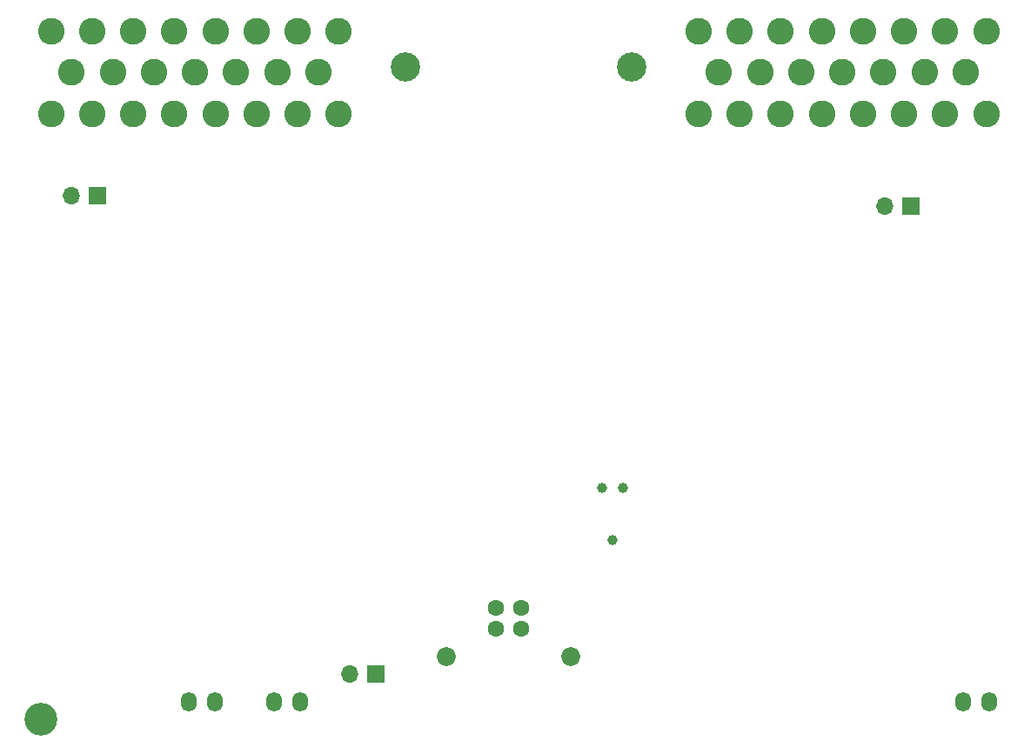
<source format=gbs>
G04 #@! TF.GenerationSoftware,KiCad,Pcbnew,8.0.2*
G04 #@! TF.CreationDate,2025-01-25T00:37:37-07:00*
G04 #@! TF.ProjectId,sdm24logger,73646d32-346c-46f6-9767-65722e6b6963,v3.1*
G04 #@! TF.SameCoordinates,Original*
G04 #@! TF.FileFunction,Soldermask,Bot*
G04 #@! TF.FilePolarity,Negative*
%FSLAX46Y46*%
G04 Gerber Fmt 4.6, Leading zero omitted, Abs format (unit mm)*
G04 Created by KiCad (PCBNEW 8.0.2) date 2025-01-25 00:37:37*
%MOMM*%
%LPD*%
G01*
G04 APERTURE LIST*
%ADD10R,1.700000X1.700000*%
%ADD11O,1.700000X1.700000*%
%ADD12C,2.844800*%
%ADD13C,2.600000*%
%ADD14C,3.200000*%
%ADD15C,0.990600*%
%ADD16O,1.524000X1.924000*%
%ADD17C,1.840000*%
%ADD18C,1.600000*%
G04 APERTURE END LIST*
D10*
X91475000Y-102000000D03*
D11*
X88935000Y-102000000D03*
D12*
X121499999Y-89500115D03*
D13*
X114999999Y-94000000D03*
X111000000Y-94000000D03*
X107000000Y-94000000D03*
X103000000Y-94000000D03*
X99000001Y-94000000D03*
X95000001Y-94000000D03*
X91000002Y-94000000D03*
X87000002Y-94000000D03*
X113000001Y-90000000D03*
X109000001Y-90000000D03*
X105000001Y-90000000D03*
X101000002Y-90000000D03*
X97000002Y-90000000D03*
X93000003Y-90000000D03*
X89000003Y-90000000D03*
X114999999Y-86000000D03*
X111000000Y-86000000D03*
X107000000Y-86000000D03*
X103000000Y-86000000D03*
X99000001Y-86000000D03*
X95000001Y-86000000D03*
X91000002Y-86000000D03*
X87000002Y-86000000D03*
D12*
X143500005Y-89500115D03*
D13*
X177999999Y-94000000D03*
X174000000Y-94000000D03*
X170000000Y-94000000D03*
X166000000Y-94000000D03*
X162000001Y-94000000D03*
X158000001Y-94000000D03*
X154000002Y-94000000D03*
X150000002Y-94000000D03*
X176000001Y-90000000D03*
X172000001Y-90000000D03*
X168000001Y-90000000D03*
X164000002Y-90000000D03*
X160000002Y-90000000D03*
X156000003Y-90000000D03*
X152000003Y-90000000D03*
X177999999Y-86000000D03*
X174000000Y-86000000D03*
X170000000Y-86000000D03*
X166000000Y-86000000D03*
X162000001Y-86000000D03*
X158000001Y-86000000D03*
X154000002Y-86000000D03*
X150000002Y-86000000D03*
D10*
X170640000Y-103000000D03*
D11*
X168100000Y-103000000D03*
D10*
X118575000Y-148600000D03*
D11*
X116035000Y-148600000D03*
D14*
X86000000Y-153000000D03*
D15*
X141616000Y-135480000D03*
X140600000Y-130400000D03*
X142632000Y-130400000D03*
D16*
X111270000Y-151270000D03*
X108730000Y-151270000D03*
X102970000Y-151270000D03*
X100430000Y-151270000D03*
D17*
X125490000Y-146870000D03*
X137530000Y-146870000D03*
D18*
X132760000Y-142160000D03*
X130260000Y-142160000D03*
X130260000Y-144160000D03*
X132760000Y-144160000D03*
D16*
X178270000Y-151270000D03*
X175730000Y-151270000D03*
M02*

</source>
